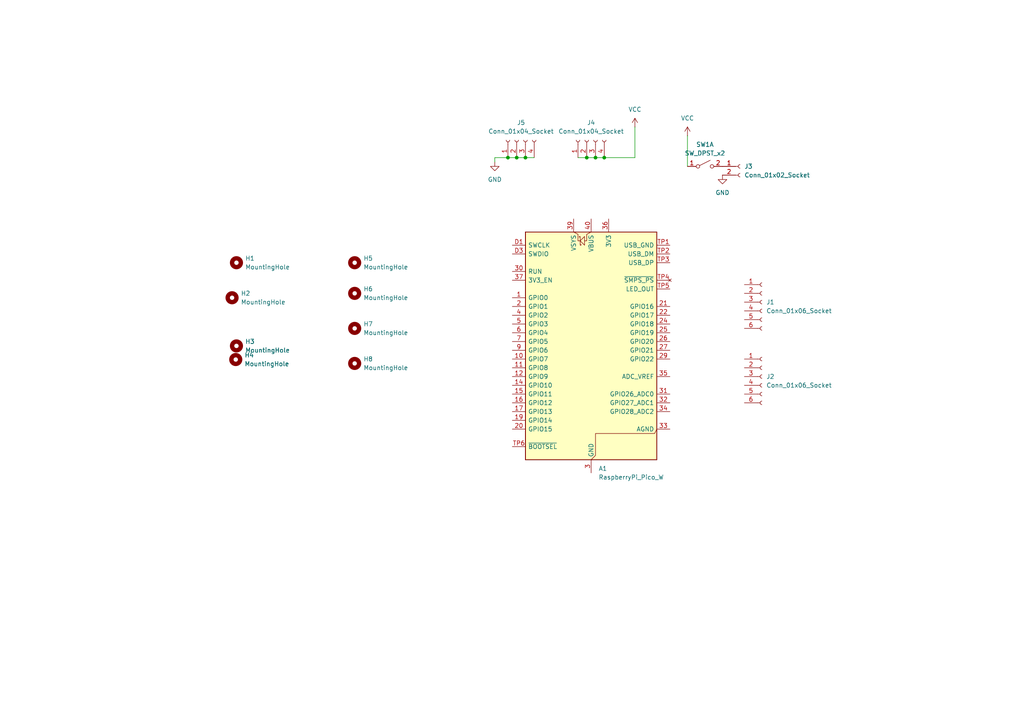
<source format=kicad_sch>
(kicad_sch (version 20250114) (generator "eeschema") (generator_version "9.0")
  (paper "A4")
  (lib_symbols
    (symbol "Connector:Conn_01x02_Socket" (pin_names (offset 1.016) (hide yes))
      (property "Reference" "J" (at 0 2.54 0))
      (property "Value" "Conn_01x02_Socket" (at 0 -5.08 0))
      (symbol "Conn_01x02_Socket_1_1"
        (polyline (pts (xy -1.27 0) (xy -0.508 0)) (stroke (width 0.1524)))
        (polyline (pts (xy -1.27 -2.54) (xy -0.508 -2.54)) (stroke (width 0.1524)))
        (arc (start 0 -0.508) (mid -0.5058 0) (end 0 0.508) (stroke (width 0.1524)))
        (arc (start 0 -3.048) (mid -0.5058 -2.54) (end 0 -2.032) (stroke (width 0.1524)))
        (pin passive line (at -5.08 0 0) (length 3.81) (name "Pin_1") (number "1"))
        (pin passive line (at -5.08 -2.54 0) (length 3.81) (name "Pin_2") (number "2"))
      )
    )
    (symbol "Connector:Conn_01x04_Socket" (pin_names (offset 1.016) (hide yes))
      (property "Reference" "J" (at 0 5.08 0))
      (property "Value" "Conn_01x04_Socket" (at 0 -7.62 0))
      (symbol "Conn_01x04_Socket_1_1"
        (polyline (pts (xy -1.27 2.54) (xy -0.508 2.54)) (stroke (width 0.1524)))
        (polyline (pts (xy -1.27 0) (xy -0.508 0)) (stroke (width 0.1524)))
        (polyline (pts (xy -1.27 -2.54) (xy -0.508 -2.54)) (stroke (width 0.1524)))
        (polyline (pts (xy -1.27 -5.08) (xy -0.508 -5.08)) (stroke (width 0.1524)))
        (arc (start 0 2.032) (mid -0.5058 2.54) (end 0 3.048) (stroke (width 0.1524)))
        (arc (start 0 -0.508) (mid -0.5058 0) (end 0 0.508) (stroke (width 0.1524)))
        (arc (start 0 -3.048) (mid -0.5058 -2.54) (end 0 -2.032) (stroke (width 0.1524)))
        (arc (start 0 -5.588) (mid -0.5058 -5.08) (end 0 -4.572) (stroke (width 0.1524)))
        (pin passive line (at -5.08 2.54 0) (length 3.81) (name "Pin_1") (number "1"))
        (pin passive line (at -5.08 0 0) (length 3.81) (name "Pin_2") (number "2"))
        (pin passive line (at -5.08 -2.54 0) (length 3.81) (name "Pin_3") (number "3"))
        (pin passive line (at -5.08 -5.08 0) (length 3.81) (name "Pin_4") (number "4"))
      )
    )
    (symbol "Connector:Conn_01x06_Socket" (pin_names (offset 1.016) (hide yes))
      (property "Reference" "J" (at 0 7.62 0))
      (property "Value" "Conn_01x06_Socket" (at 0 -10.16 0))
      (symbol "Conn_01x06_Socket_1_1"
        (polyline (pts (xy -1.27 5.08) (xy -0.508 5.08)) (stroke (width 0.1524)))
        (polyline (pts (xy -1.27 2.54) (xy -0.508 2.54)) (stroke (width 0.1524)))
        (polyline (pts (xy -1.27 0) (xy -0.508 0)) (stroke (width 0.1524)))
        (polyline (pts (xy -1.27 -2.54) (xy -0.508 -2.54)) (stroke (width 0.1524)))
        (polyline (pts (xy -1.27 -5.08) (xy -0.508 -5.08)) (stroke (width 0.1524)))
        (polyline (pts (xy -1.27 -7.62) (xy -0.508 -7.62)) (stroke (width 0.1524)))
        (arc (start 0 4.572) (mid -0.5058 5.08) (end 0 5.588) (stroke (width 0.1524)))
        (arc (start 0 2.032) (mid -0.5058 2.54) (end 0 3.048) (stroke (width 0.1524)))
        (arc (start 0 -0.508) (mid -0.5058 0) (end 0 0.508) (stroke (width 0.1524)))
        (arc (start 0 -3.048) (mid -0.5058 -2.54) (end 0 -2.032) (stroke (width 0.1524)))
        (arc (start 0 -5.588) (mid -0.5058 -5.08) (end 0 -4.572) (stroke (width 0.1524)))
        (arc (start 0 -8.128) (mid -0.5058 -7.62) (end 0 -7.112) (stroke (width 0.1524)))
        (pin passive line (at -5.08 5.08 0) (length 3.81) (name "Pin_1") (number "1"))
        (pin passive line (at -5.08 2.54 0) (length 3.81) (name "Pin_2") (number "2"))
        (pin passive line (at -5.08 0 0) (length 3.81) (name "Pin_3") (number "3"))
        (pin passive line (at -5.08 -2.54 0) (length 3.81) (name "Pin_4") (number "4"))
        (pin passive line (at -5.08 -5.08 0) (length 3.81) (name "Pin_5") (number "5"))
        (pin passive line (at -5.08 -7.62 0) (length 3.81) (name "Pin_6") (number "6"))
      )
    )
    (symbol "MCU_Module:RaspberryPi_Pico_W_Extensive" (pin_names (offset 0.762))
      (property "Reference" "A" (at -19.05 35.56 0))
      (property "Value" "RaspberryPi_Pico_W" (at 7.62 35.56 0))
      (symbol "RaspberryPi_Pico_W_Extensive_0_1"
        (rectangle (start -19.05 34.29) (end 19.05 -31.75) (stroke (width 0.254)) (fill (type background)))
        (polyline (pts (xy -5.08 34.29) (xy -3.81 33.655) (xy -3.81 31.75) (xy -3.175 31.75)))
        (polyline (pts (xy -3.429 32.766) (xy -3.429 33.02) (xy -3.175 33.02) (xy -3.175 30.48) (xy -2.921 30.48) (xy -2.921 30.734)))
        (polyline (pts (xy -3.175 31.75) (xy -1.905 33.02) (xy -1.905 30.48) (xy -3.175 31.75)))
        (polyline (pts (xy 0 34.29) (xy -1.27 33.655) (xy -1.27 31.75) (xy -1.905 31.75)))
        (polyline (pts (xy 0 -31.75) (xy 1.27 -30.48) (xy 1.27 -24.13) (xy 18.415 -24.13) (xy 19.05 -22.86)))
      )
      (symbol "RaspberryPi_Pico_W_Extensive_1_1"
        (pin input line (at -22.86 30.48 0) (length 3.81) (name "SWCLK") (number "D1"))
        (pin bidirectional line (at -22.86 27.94 0) (length 3.81) (name "SWDIO") (number "D3"))
        (pin passive line (at -22.86 22.86 0) (length 3.81) (name "RUN") (number "30"))
        (pin passive line (at -22.86 20.32 0) (length 3.81) (name "3V3_EN") (number "37"))
        (pin bidirectional line (at -22.86 15.24 0) (length 3.81) (name "GPIO0") (number "1"))
        (pin bidirectional line (at -22.86 12.7 0) (length 3.81) (name "GPIO1") (number "2"))
        (pin bidirectional line (at -22.86 10.16 0) (length 3.81) (name "GPIO2") (number "4"))
        (pin bidirectional line (at -22.86 7.62 0) (length 3.81) (name "GPIO3") (number "5"))
        (pin bidirectional line (at -22.86 5.08 0) (length 3.81) (name "GPIO4") (number "6"))
        (pin bidirectional line (at -22.86 2.54 0) (length 3.81) (name "GPIO5") (number "7"))
        (pin bidirectional line (at -22.86 0 0) (length 3.81) (name "GPIO6") (number "9"))
        (pin bidirectional line (at -22.86 -2.54 0) (length 3.81) (name "GPIO7") (number "10"))
        (pin bidirectional line (at -22.86 -5.08 0) (length 3.81) (name "GPIO8") (number "11"))
        (pin bidirectional line (at -22.86 -7.62 0) (length 3.81) (name "GPIO9") (number "12"))
        (pin bidirectional line (at -22.86 -10.16 0) (length 3.81) (name "GPIO10") (number "14"))
        (pin bidirectional line (at -22.86 -12.7 0) (length 3.81) (name "GPIO11") (number "15"))
        (pin bidirectional line (at -22.86 -15.24 0) (length 3.81) (name "GPIO12") (number "16"))
        (pin bidirectional line (at -22.86 -17.78 0) (length 3.81) (name "GPIO13") (number "17"))
        (pin bidirectional line (at -22.86 -20.32 0) (length 3.81) (name "GPIO14") (number "19"))
        (pin bidirectional line (at -22.86 -22.86 0) (length 3.81) (name "GPIO15") (number "20"))
        (pin input line (at -22.86 -27.94 0) (length 3.81) (name "~{BOOTSEL}") (number "TP6"))
        (pin power_in line (at -5.08 38.1 270) (length 3.81) (name "VSYS") (number "39"))
        (pin power_out line (at 0 38.1 270) (length 3.81) (name "VBUS") (number "40"))
        (pin passive line (at 0 -35.56 90) (length 3.81) (hide yes) (name "GND") (number "13"))
        (pin passive line (at 0 -35.56 90) (length 3.81) (hide yes) (name "GND") (number "18"))
        (pin passive line (at 0 -35.56 90) (length 3.81) (hide yes) (name "GND") (number "23"))
        (pin passive line (at 0 -35.56 90) (length 3.81) (hide yes) (name "GND") (number "28"))
        (pin power_out line (at 0 -35.56 90) (length 3.81) (name "GND") (number "3"))
        (pin passive line (at 0 -35.56 90) (length 3.81) (hide yes) (name "GND") (number "38"))
        (pin passive line (at 0 -35.56 90) (length 3.81) (hide yes) (name "GND") (number "8"))
        (pin passive line (at 0 -35.56 90) (length 3.81) (hide yes) (name "GND") (number "D2"))
        (pin power_out line (at 5.08 38.1 270) (length 3.81) (name "3V3") (number "36"))
        (pin power_out line (at 22.86 30.48 180) (length 3.81) (name "USB_GND") (number "TP1"))
        (pin bidirectional line (at 22.86 27.94 180) (length 3.81) (name "USB_DM") (number "TP2"))
        (pin bidirectional line (at 22.86 25.4 180) (length 3.81) (name "USB_DP") (number "TP3"))
        (pin no_connect line (at 22.86 20.32 180) (length 3.81) (name "~{SMPS_PS}") (number "TP4"))
        (pin output line (at 22.86 17.78 180) (length 3.81) (name "LED_OUT") (number "TP5"))
        (pin bidirectional line (at 22.86 12.7 180) (length 3.81) (name "GPIO16") (number "21"))
        (pin bidirectional line (at 22.86 10.16 180) (length 3.81) (name "GPIO17") (number "22"))
        (pin bidirectional line (at 22.86 7.62 180) (length 3.81) (name "GPIO18") (number "24"))
        (pin bidirectional line (at 22.86 5.08 180) (length 3.81) (name "GPIO19") (number "25"))
        (pin bidirectional line (at 22.86 2.54 180) (length 3.81) (name "GPIO20") (number "26"))
        (pin bidirectional line (at 22.86 0 180) (length 3.81) (name "GPIO21") (number "27"))
        (pin bidirectional line (at 22.86 -2.54 180) (length 3.81) (name "GPIO22") (number "29"))
        (pin power_in line (at 22.86 -7.62 180) (length 3.81) (name "ADC_VREF") (number "35"))
        (pin bidirectional line (at 22.86 -12.7 180) (length 3.81) (name "GPIO26_ADC0") (number "31"))
        (pin bidirectional line (at 22.86 -15.24 180) (length 3.81) (name "GPIO27_ADC1") (number "32"))
        (pin bidirectional line (at 22.86 -17.78 180) (length 3.81) (name "GPIO28_ADC2") (number "34"))
        (pin power_out line (at 22.86 -22.86 180) (length 3.81) (name "AGND") (number "33"))
      )
    )
    (symbol "Mechanical:MountingHole" (pin_names (offset 1.016)) (in_bom no)
      (property "Reference" "H" (at 0 5.08 0))
      (property "Value" "MountingHole" (at 0 3.175 0))
      (symbol "MountingHole_0_1"
        (circle (center 0 0) (radius 1.27) (stroke (width 1.27)))
      )
    )
    (symbol "Switch:SW_DPST_x2" (pin_names (offset 0) (hide yes))
      (property "Reference" "SW" (at 0 3.175 0))
      (property "Value" "SW_DPST_x2" (at 0 -2.54 0))
      (symbol "SW_DPST_x2_0_0"
        (circle (center -2.032 0) (radius 0.508))
        (polyline (pts (xy -1.524 0.254) (xy 1.524 1.778)))
        (circle (center 2.032 0) (radius 0.508))
      )
      (symbol "SW_DPST_x2_1_1"
        (pin passive line (at -5.08 0 0) (length 2.54) (name "A") (number "1"))
        (pin passive line (at 5.08 0 180) (length 2.54) (name "B") (number "2"))
      )
      (symbol "SW_DPST_x2_2_1"
        (pin passive line (at -5.08 0 0) (length 2.54) (name "A") (number "3"))
        (pin passive line (at 5.08 0 180) (length 2.54) (name "B") (number "4"))
      )
    )
    (symbol "power:GND" (power) (pin_numbers (hide yes)) (pin_names (offset 0) (hide yes))
      (property "Value" "GND" (at 0 -3.81 0))
      (symbol "GND_0_1"
        (polyline (pts (xy 0 0) (xy 0 -1.27) (xy 1.27 -1.27) (xy 0 -2.54) (xy -1.27 -1.27) (xy 0 -1.27)))
      )
      (symbol "GND_1_1"
        (pin power_in line (at 0 0 270) (length 0) (name "~") (number "1"))
      )
    )
    (symbol "power:VCC" (power) (pin_numbers (hide yes)) (pin_names (offset 0) (hide yes))
      (property "Value" "VCC" (at 0 3.556 0))
      (symbol "VCC_0_1"
        (polyline (pts (xy -0.762 1.27) (xy 0 2.54)))
        (polyline (pts (xy 0 2.54) (xy 0.762 1.27)))
        (polyline (pts (xy 0 0) (xy 0 2.54)))
      )
      (symbol "VCC_1_1"
        (pin power_in line (at 0 0 90) (length 0) (name "~") (number "1"))
      )
    )
  )
  (junction (at 172.72 45.72))
  (junction (at 149.86 45.72))
  (junction (at 152.4 45.72))
  (junction (at 170.18 45.72))
  (junction (at 147.32 45.72))
  (junction (at 175.26 45.72))
  (wire (pts (xy 170.18 45.72) (xy 172.72 45.72)))
  (wire (pts (xy 149.86 45.72) (xy 152.4 45.72)))
  (wire (pts (xy 184.15 36.83) (xy 184.15 45.72)))
  (wire (pts (xy 147.32 45.72) (xy 149.86 45.72)))
  (wire (pts (xy 167.64 45.72) (xy 170.18 45.72)))
  (wire (pts (xy 143.51 45.72) (xy 147.32 45.72)))
  (wire (pts (xy 199.39 39.37) (xy 199.39 48.26)))
  (wire (pts (xy 184.15 45.72) (xy 175.26 45.72)))
  (wire (pts (xy 172.72 45.72) (xy 175.26 45.72)))
  (wire (pts (xy 143.51 46.99) (xy 143.51 45.72)))
  (wire (pts (xy 152.4 45.72) (xy 154.94 45.72)))
  (symbol (lib_id "Mechanical:MountingHole") (at 102.87 95.25 0) (unit 1) (in_bom no)
    (property "Reference" "H7" (at 105.41 93.9799 0) (effects (justify left)))
    (property "Value" "MountingHole" (at 105.41 96.5199 0) (effects (justify left)))
    (property "Footprint" "MountingHole:MountingHole_3.2mm_M3" (effects (hide yes)))
    (property "Description" "Mounting Hole without connection" (effects (hide yes)))
  )
  (symbol (lib_id "Mechanical:MountingHole") (at 102.87 105.41 0) (unit 1) (in_bom no)
    (property "Reference" "H8" (at 105.41 104.1399 0) (effects (justify left)))
    (property "Value" "MountingHole" (at 105.41 106.6799 0) (effects (justify left)))
    (property "Footprint" "MountingHole:MountingHole_3.2mm_M3" (effects (hide yes)))
    (property "Description" "Mounting Hole without connection" (effects (hide yes)))
  )
  (symbol (lib_id "Connector:Conn_01x04_Socket") (at 149.86 40.64 90) (unit 1)
    (property "Reference" "J5" (at 151.13 35.56 90))
    (property "Value" "Conn_01x04_Socket" (at 151.13 38.1 90))
    (property "Description" "Generic connector, single row, 01x04, script generated" (effects (hide yes)))
  )
  (symbol (lib_id "Mechanical:MountingHole") (at 102.87 85.09 0) (unit 1) (in_bom no)
    (property "Reference" "H6" (at 105.41 83.8199 0) (effects (justify left)))
    (property "Value" "MountingHole" (at 105.41 86.3599 0) (effects (justify left)))
    (property "Footprint" "MountingHole:MountingHole_3.2mm_M3" (effects (hide yes)))
    (property "Description" "Mounting Hole without connection" (effects (hide yes)))
  )
  (symbol (lib_id "power:VCC") (at 199.39 39.37 0) (unit 1)
    (property "Reference" "#PWR01" (effects (hide yes)))
    (property "Value" "VCC" (at 199.39 34.29 0))
    (property "Description" "Power symbol creates a global label with name \"VCC\"" (effects (hide yes)))
  )
  (symbol (lib_id "Mechanical:MountingHole") (at 67.31 86.36 0) (unit 1) (in_bom no)
    (property "Reference" "H2" (at 69.85 85.0899 0) (effects (justify left)))
    (property "Value" "MountingHole" (at 69.85 87.6299 0) (effects (justify left)))
    (property "Footprint" "MountingHole:MountingHole_3.2mm_M3" (effects (hide yes)))
    (property "Description" "Mounting Hole without connection" (effects (hide yes)))
  )
  (symbol (lib_id "Connector:Conn_01x06_Socket") (at 220.98 87.63 0) (unit 1)
    (property "Reference" "J1" (at 222.25 87.6299 0) (effects (justify left)))
    (property "Value" "Conn_01x06_Socket" (at 222.25 90.1699 0) (effects (justify left)))
    (property "Footprint" "Connector_JST:JST_XH_S6B-XH-A-1_1x06_P2.50mm_Horizontal" (effects (hide yes)))
    (property "Description" "Generic connector, single row, 01x06, script generated" (effects (hide yes)))
  )
  (symbol (lib_id "MCU_Module:RaspberryPi_Pico_W_Extensive") (at 171.45 101.6 0) (unit 1)
    (property "Reference" "A1" (at 173.5933 135.89 0) (effects (justify left)))
    (property "Value" "RaspberryPi_Pico_W" (at 173.5933 138.43 0) (effects (justify left)))
    (property "Footprint" "Module:RaspberryPi_Pico_W_SMD" (effects (hide yes)))
    (property "Datasheet" "https://datasheets.raspberrypi.com/picow/pico-w-datasheet.pdf" (effects (hide yes)))
    (property "Description" "Versatile and inexpensive wireless microcontroller module (with full pinout for test point and debug connections) powered by RP2040 dual-core Arm Cortex-M0+ processor up to 133 MHz, 264kB SRAM, 2MB QSPI flash, Infineon CYW43439 2.4GHz 802.11n wireless LAN; also supports Raspberry Pi Pico 2 W" (effects (hide yes)))
  )
  (symbol (lib_id "Connector:Conn_01x02_Socket") (at 214.63 48.26 0) (unit 1)
    (property "Reference" "J3" (at 215.9 48.2599 0) (effects (justify left)))
    (property "Value" "Conn_01x02_Socket" (at 215.9 50.7999 0) (effects (justify left)))
    (property "Description" "Generic connector, single row, 01x02, script generated" (effects (hide yes)))
  )
  (symbol (lib_id "power:VCC") (at 184.15 36.83 0) (unit 1)
    (property "Reference" "#PWR03" (effects (hide yes)))
    (property "Value" "VCC" (at 184.15 31.75 0))
    (property "Description" "Power symbol creates a global label with name \"VCC\"" (effects (hide yes)))
  )
  (symbol (lib_id "Switch:SW_DPST_x2") (at 204.47 48.26 0) (unit 1)
    (property "Reference" "SW1" (at 204.47 41.91 0))
    (property "Value" "SW_DPST_x2" (at 204.47 44.45 0))
    (property "Description" "Single Pole Single Throw (SPST) switch, separate symbol" (effects (hide yes)))
  )
  (symbol (lib_id "Mechanical:MountingHole") (at 102.87 76.2 0) (unit 1) (in_bom no)
    (property "Reference" "H5" (at 105.41 74.9299 0) (effects (justify left)))
    (property "Value" "MountingHole" (at 105.41 77.4699 0) (effects (justify left)))
    (property "Footprint" "MountingHole:MountingHole_3.2mm_M3" (effects (hide yes)))
    (property "Description" "Mounting Hole without connection" (effects (hide yes)))
  )
  (symbol (lib_id "power:GND") (at 143.51 46.99 0) (unit 1)
    (property "Reference" "#PWR04" (effects (hide yes)))
    (property "Value" "GND" (at 143.51 52.07 0))
    (property "Description" "Power symbol creates a global label with name \"GND\" , ground" (effects (hide yes)))
  )
  (symbol (lib_id "Mechanical:MountingHole") (at 68.3781 104.2795 0) (unit 1) (in_bom no)
    (property "Reference" "H4" (at 70.9181 103.0094 0) (effects (justify left)))
    (property "Value" "MountingHole" (at 70.9181 105.5494 0) (effects (justify left)))
    (property "Footprint" "MountingHole:MountingHole_3.2mm_M3" (effects (hide yes)))
    (property "Description" "Mounting Hole without connection" (effects (hide yes)))
  )
  (symbol (lib_id "Connector:Conn_01x06_Socket") (at 220.98 109.22 0) (unit 1)
    (property "Reference" "J2" (at 222.25 109.2199 0) (effects (justify left)))
    (property "Value" "Conn_01x06_Socket" (at 222.25 111.7599 0) (effects (justify left)))
    (property "Footprint" "Connector_JST:JST_XH_S6B-XH-A-1_1x06_P2.50mm_Horizontal" (effects (hide yes)))
    (property "Description" "Generic connector, single row, 01x06, script generated" (effects (hide yes)))
  )
  (symbol (lib_id "Mechanical:MountingHole") (at 68.58 76.2 0) (unit 1) (in_bom no)
    (property "Reference" "H1" (at 71.12 74.9299 0) (effects (justify left)))
    (property "Value" "MountingHole" (at 71.12 77.4699 0) (effects (justify left)))
    (property "Footprint" "MountingHole:MountingHole_3.2mm_M3" (effects (hide yes)))
    (property "Description" "Mounting Hole without connection" (effects (hide yes)))
  )
  (symbol (lib_id "power:GND") (at 209.55 50.8 0) (unit 1)
    (property "Reference" "#PWR02" (effects (hide yes)))
    (property "Value" "GND" (at 209.55 55.88 0))
    (property "Description" "Power symbol creates a global label with name \"GND\" , ground" (effects (hide yes)))
  )
  (symbol (lib_id "Mechanical:MountingHole") (at 68.58 100.33 0) (unit 1) (in_bom no)
    (property "Reference" "H3" (at 71.12 99.0599 0) (effects (justify left)))
    (property "Value" "MountingHole" (at 71.12 101.5999 0) (effects (justify left)))
    (property "Footprint" "MountingHole:MountingHole_3.2mm_M3" (effects (hide yes)))
    (property "Description" "Mounting Hole without connection" (effects (hide yes)))
  )
  (symbol (lib_id "Connector:Conn_01x04_Socket") (at 170.18 40.64 90) (unit 1)
    (property "Reference" "J4" (at 171.45 35.56 90))
    (property "Value" "Conn_01x04_Socket" (at 171.45 38.1 90))
    (property "Description" "Generic connector, single row, 01x04, script generated" (effects (hide yes)))
  )
)
</source>
